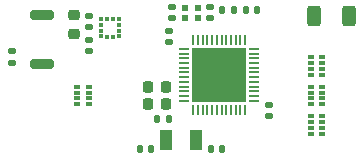
<source format=gbr>
%TF.GenerationSoftware,KiCad,Pcbnew,7.0.8*%
%TF.CreationDate,2023-11-08T19:53:20+10:00*%
%TF.ProjectId,ControllerBoard,436f6e74-726f-46c6-9c65-72426f617264,rev?*%
%TF.SameCoordinates,Original*%
%TF.FileFunction,Soldermask,Top*%
%TF.FilePolarity,Negative*%
%FSLAX46Y46*%
G04 Gerber Fmt 4.6, Leading zero omitted, Abs format (unit mm)*
G04 Created by KiCad (PCBNEW 7.0.8) date 2023-11-08 19:53:20*
%MOMM*%
%LPD*%
G01*
G04 APERTURE LIST*
G04 Aperture macros list*
%AMRoundRect*
0 Rectangle with rounded corners*
0 $1 Rounding radius*
0 $2 $3 $4 $5 $6 $7 $8 $9 X,Y pos of 4 corners*
0 Add a 4 corners polygon primitive as box body*
4,1,4,$2,$3,$4,$5,$6,$7,$8,$9,$2,$3,0*
0 Add four circle primitives for the rounded corners*
1,1,$1+$1,$2,$3*
1,1,$1+$1,$4,$5*
1,1,$1+$1,$6,$7*
1,1,$1+$1,$8,$9*
0 Add four rect primitives between the rounded corners*
20,1,$1+$1,$2,$3,$4,$5,0*
20,1,$1+$1,$4,$5,$6,$7,0*
20,1,$1+$1,$6,$7,$8,$9,0*
20,1,$1+$1,$8,$9,$2,$3,0*%
G04 Aperture macros list end*
%ADD10R,1.000000X1.800000*%
%ADD11RoundRect,0.050000X0.050000X-0.350000X0.050000X0.350000X-0.050000X0.350000X-0.050000X-0.350000X0*%
%ADD12RoundRect,0.050000X0.350000X-0.050000X0.350000X0.050000X-0.350000X0.050000X-0.350000X-0.050000X0*%
%ADD13R,4.600000X4.600000*%
%ADD14RoundRect,0.140000X0.170000X-0.140000X0.170000X0.140000X-0.170000X0.140000X-0.170000X-0.140000X0*%
%ADD15RoundRect,0.225000X0.225000X0.250000X-0.225000X0.250000X-0.225000X-0.250000X0.225000X-0.250000X0*%
%ADD16R,0.375000X0.350000*%
%ADD17R,0.350000X0.375000*%
%ADD18R,0.500000X0.320000*%
%ADD19RoundRect,0.225000X0.250000X-0.225000X0.250000X0.225000X-0.250000X0.225000X-0.250000X-0.225000X0*%
%ADD20RoundRect,0.140000X0.140000X0.170000X-0.140000X0.170000X-0.140000X-0.170000X0.140000X-0.170000X0*%
%ADD21R,0.600000X0.500000*%
%ADD22RoundRect,0.147500X0.147500X0.172500X-0.147500X0.172500X-0.147500X-0.172500X0.147500X-0.172500X0*%
%ADD23RoundRect,0.250000X-0.312500X-0.625000X0.312500X-0.625000X0.312500X0.625000X-0.312500X0.625000X0*%
%ADD24RoundRect,0.140000X-0.170000X0.140000X-0.170000X-0.140000X0.170000X-0.140000X0.170000X0.140000X0*%
%ADD25RoundRect,0.135000X0.185000X-0.135000X0.185000X0.135000X-0.185000X0.135000X-0.185000X-0.135000X0*%
%ADD26RoundRect,0.140000X-0.140000X-0.170000X0.140000X-0.170000X0.140000X0.170000X-0.140000X0.170000X0*%
%ADD27RoundRect,0.200000X-0.800000X0.200000X-0.800000X-0.200000X0.800000X-0.200000X0.800000X0.200000X0*%
G04 APERTURE END LIST*
D10*
%TO.C,Y1*%
X18250000Y-11750000D03*
X15750000Y-11750000D03*
%TD*%
D11*
%TO.C,U3*%
X18050000Y-9200000D03*
X18450000Y-9200000D03*
X18850000Y-9200000D03*
X19250000Y-9200000D03*
X19650000Y-9200000D03*
X20050000Y-9200000D03*
X20450000Y-9200000D03*
X20850000Y-9200000D03*
X21250000Y-9200000D03*
X21650000Y-9200000D03*
X22050000Y-9200000D03*
X22450000Y-9200000D03*
D12*
X23200000Y-8450000D03*
X23200000Y-8050000D03*
X23200000Y-7650000D03*
X23200000Y-7250000D03*
X23200000Y-6850000D03*
X23200000Y-6450000D03*
X23200000Y-6050000D03*
X23200000Y-5650000D03*
X23200000Y-5250000D03*
X23200000Y-4850000D03*
X23200000Y-4450000D03*
X23200000Y-4050000D03*
D11*
X22450000Y-3300000D03*
X22050000Y-3300000D03*
X21650000Y-3300000D03*
X21250000Y-3300000D03*
X20850000Y-3300000D03*
X20450000Y-3300000D03*
X20050000Y-3300000D03*
X19650000Y-3300000D03*
X19250000Y-3300000D03*
X18850000Y-3300000D03*
X18450000Y-3300000D03*
X18050000Y-3300000D03*
D12*
X17300000Y-4050000D03*
X17300000Y-4450000D03*
X17300000Y-4850000D03*
X17300000Y-5250000D03*
X17300000Y-5650000D03*
X17300000Y-6050000D03*
X17300000Y-6450000D03*
X17300000Y-6850000D03*
X17300000Y-7250000D03*
X17300000Y-7650000D03*
X17300000Y-8050000D03*
X17300000Y-8450000D03*
D13*
X20250000Y-6250000D03*
%TD*%
D14*
%TO.C,C4*%
X9250000Y-2230000D03*
X9250000Y-1270000D03*
%TD*%
D15*
%TO.C,C8*%
X15775000Y-8750000D03*
X14225000Y-8750000D03*
%TD*%
D14*
%TO.C,C15*%
X19500000Y-1480000D03*
X19500000Y-520000D03*
%TD*%
D16*
%TO.C,U2*%
X11762500Y-3000000D03*
X11762500Y-2500000D03*
X11762500Y-2000000D03*
X11762500Y-1500000D03*
D17*
X11250000Y-1487500D03*
X10750000Y-1487500D03*
D16*
X10237500Y-1500000D03*
X10237500Y-2000000D03*
X10237500Y-2500000D03*
X10237500Y-3000000D03*
D17*
X10750000Y-3012500D03*
X11250000Y-3012500D03*
%TD*%
D18*
%TO.C,RN1*%
X28000000Y-9750000D03*
X28000000Y-10250000D03*
X28000000Y-10750000D03*
X28000000Y-11250000D03*
X29000000Y-11250000D03*
X29000000Y-10750000D03*
X29000000Y-10250000D03*
X29000000Y-9750000D03*
%TD*%
%TO.C,RN3*%
X28000000Y-4750000D03*
X28000000Y-5250000D03*
X28000000Y-5750000D03*
X28000000Y-6250000D03*
X29000000Y-6250000D03*
X29000000Y-5750000D03*
X29000000Y-5250000D03*
X29000000Y-4750000D03*
%TD*%
D19*
%TO.C,C5*%
X8000000Y-2775000D03*
X8000000Y-1225000D03*
%TD*%
D20*
%TO.C,C13*%
X15980000Y-10000000D03*
X15020000Y-10000000D03*
%TD*%
D14*
%TO.C,C9*%
X16000000Y-3480000D03*
X16000000Y-2520000D03*
%TD*%
D21*
%TO.C,Y2*%
X18425000Y-600000D03*
X17325000Y-600000D03*
X17325000Y-1400000D03*
X18425000Y-1400000D03*
%TD*%
D22*
%TO.C,L1*%
X23485000Y-750000D03*
X22515000Y-750000D03*
%TD*%
D23*
%TO.C,AE1*%
X28287500Y-1250000D03*
X31212500Y-1250000D03*
%TD*%
D24*
%TO.C,C10*%
X24500000Y-8770000D03*
X24500000Y-9730000D03*
%TD*%
D20*
%TO.C,C14*%
X21480000Y-750000D03*
X20520000Y-750000D03*
%TD*%
D25*
%TO.C,R3*%
X2750000Y-5260000D03*
X2750000Y-4240000D03*
%TD*%
D24*
%TO.C,C1*%
X9250000Y-3270000D03*
X9250000Y-4230000D03*
%TD*%
D18*
%TO.C,RN4*%
X8250000Y-7250000D03*
X8250000Y-7750000D03*
X8250000Y-8250000D03*
X8250000Y-8750000D03*
X9250000Y-8750000D03*
X9250000Y-8250000D03*
X9250000Y-7750000D03*
X9250000Y-7250000D03*
%TD*%
D15*
%TO.C,C6*%
X15775000Y-7250000D03*
X14225000Y-7250000D03*
%TD*%
D24*
%TO.C,C16*%
X16250000Y-520000D03*
X16250000Y-1480000D03*
%TD*%
D26*
%TO.C,C12*%
X19520000Y-12500000D03*
X20480000Y-12500000D03*
%TD*%
D20*
%TO.C,C7*%
X14480000Y-12500000D03*
X13520000Y-12500000D03*
%TD*%
D27*
%TO.C,SW1*%
X5250000Y-1150000D03*
X5250000Y-5350000D03*
%TD*%
D18*
%TO.C,RN2*%
X28000000Y-7250000D03*
X28000000Y-7750000D03*
X28000000Y-8250000D03*
X28000000Y-8750000D03*
X29000000Y-8750000D03*
X29000000Y-8250000D03*
X29000000Y-7750000D03*
X29000000Y-7250000D03*
%TD*%
M02*

</source>
